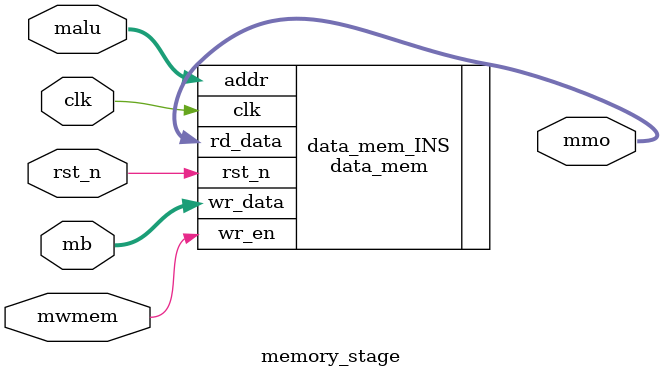
<source format=v>
`timescale 1ns / 1ps


module memory_stage(
input           clk,
input           rst_n,
input           mwmem,
input   [31:0]  malu,
input   [31:0]  mb,
output  [31:0]  mmo

    );
 data_mem data_mem_INS(
        .clk(clk),
        .rst_n(rst_n),
        .wr_en(mwmem),
        .addr(malu),
        .wr_data(mb),//.wr_data(writedata_m),
        .rd_data(mmo)
        );
    
    
endmodule

</source>
